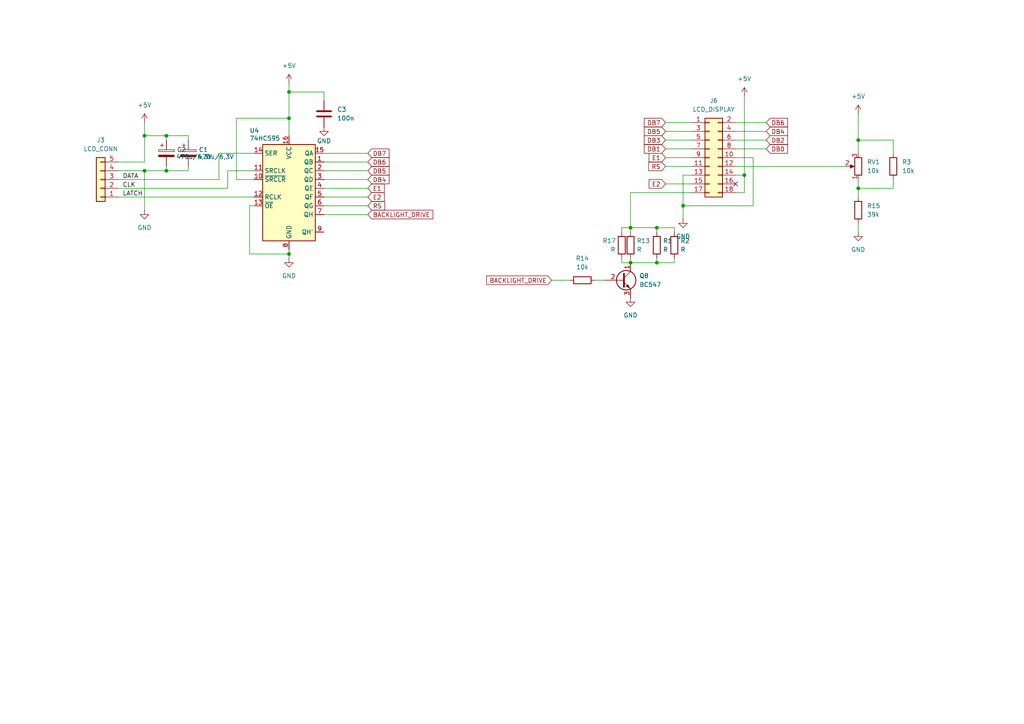
<source format=kicad_sch>
(kicad_sch (version 20231120) (generator "eeschema") (generator_version "8.0")
  (paper "A4")
  (lib_symbols
    (symbol "74xx:74HC595"
      (property "Reference" "U" (at -7.62 13.97 0))
      (property "Value" "74HC595" (at -7.62 -16.51 0))
      (symbol "74HC595_1_0"
        (pin tri_state line (at 10.16 7.62 180) (length 2.54) (name "QB") (number "1"))
        (pin input line (at -10.16 2.54 0) (length 2.54) (name "~{SRCLR}") (number "10"))
        (pin input line (at -10.16 5.08 0) (length 2.54) (name "SRCLK") (number "11"))
        (pin input line (at -10.16 -2.54 0) (length 2.54) (name "RCLK") (number "12"))
        (pin input line (at -10.16 -5.08 0) (length 2.54) (name "~{OE}") (number "13"))
        (pin input line (at -10.16 10.16 0) (length 2.54) (name "SER") (number "14"))
        (pin tri_state line (at 10.16 10.16 180) (length 2.54) (name "QA") (number "15"))
        (pin power_in line (at 0 15.24 270) (length 2.54) (name "VCC") (number "16"))
        (pin tri_state line (at 10.16 5.08 180) (length 2.54) (name "QC") (number "2"))
        (pin tri_state line (at 10.16 2.54 180) (length 2.54) (name "QD") (number "3"))
        (pin tri_state line (at 10.16 0 180) (length 2.54) (name "QE") (number "4"))
        (pin tri_state line (at 10.16 -2.54 180) (length 2.54) (name "QF") (number "5"))
        (pin tri_state line (at 10.16 -5.08 180) (length 2.54) (name "QG") (number "6"))
        (pin tri_state line (at 10.16 -7.62 180) (length 2.54) (name "QH") (number "7"))
        (pin power_in line (at 0 -17.78 90) (length 2.54) (name "GND") (number "8"))
        (pin output line (at 10.16 -12.7 180) (length 2.54) (name "QH'") (number "9"))
      )
      (symbol "74HC595_1_1"
        (rectangle (start -7.62 12.7) (end 7.62 -15.24) (stroke (width 0.254)) (fill (type background)))
      )
    )
    (symbol "Connector_Generic:Conn_01x05" (pin_names (offset 1.016) hide)
      (property "Reference" "J" (at 0 7.62 0))
      (property "Value" "Conn_01x05" (at 0 -7.62 0))
      (symbol "Conn_01x05_1_1"
        (rectangle (start -1.27 -4.953) (end 0 -5.207) (stroke (width 0.1524)))
        (rectangle (start -1.27 -2.413) (end 0 -2.667) (stroke (width 0.1524)))
        (rectangle (start -1.27 0.127) (end 0 -0.127) (stroke (width 0.1524)))
        (rectangle (start -1.27 2.667) (end 0 2.413) (stroke (width 0.1524)))
        (rectangle (start -1.27 5.207) (end 0 4.953) (stroke (width 0.1524)))
        (rectangle (start -1.27 6.35) (end 1.27 -6.35) (stroke (width 0.254)) (fill (type background)))
        (pin passive line (at -5.08 5.08 0) (length 3.81) (name "Pin_1") (number "1"))
        (pin passive line (at -5.08 2.54 0) (length 3.81) (name "Pin_2") (number "2"))
        (pin passive line (at -5.08 0 0) (length 3.81) (name "Pin_3") (number "3"))
        (pin passive line (at -5.08 -2.54 0) (length 3.81) (name "Pin_4") (number "4"))
        (pin passive line (at -5.08 -5.08 0) (length 3.81) (name "Pin_5") (number "5"))
      )
    )
    (symbol "Connector_Generic:Conn_02x09_Odd_Even" (pin_names (offset 1.016) hide)
      (property "Reference" "J" (at 1.27 12.7 0))
      (property "Value" "Conn_02x09_Odd_Even" (at 1.27 -12.7 0))
      (symbol "Conn_02x09_Odd_Even_1_1"
        (rectangle (start -1.27 -10.033) (end 0 -10.287) (stroke (width 0.1524)))
        (rectangle (start -1.27 -7.493) (end 0 -7.747) (stroke (width 0.1524)))
        (rectangle (start -1.27 -4.953) (end 0 -5.207) (stroke (width 0.1524)))
        (rectangle (start -1.27 -2.413) (end 0 -2.667) (stroke (width 0.1524)))
        (rectangle (start -1.27 0.127) (end 0 -0.127) (stroke (width 0.1524)))
        (rectangle (start -1.27 2.667) (end 0 2.413) (stroke (width 0.1524)))
        (rectangle (start -1.27 5.207) (end 0 4.953) (stroke (width 0.1524)))
        (rectangle (start -1.27 7.747) (end 0 7.493) (stroke (width 0.1524)))
        (rectangle (start -1.27 10.287) (end 0 10.033) (stroke (width 0.1524)))
        (rectangle (start -1.27 11.43) (end 3.81 -11.43) (stroke (width 0.254)) (fill (type background)))
        (rectangle (start 3.81 -10.033) (end 2.54 -10.287) (stroke (width 0.1524)))
        (rectangle (start 3.81 -7.493) (end 2.54 -7.747) (stroke (width 0.1524)))
        (rectangle (start 3.81 -4.953) (end 2.54 -5.207) (stroke (width 0.1524)))
        (rectangle (start 3.81 -2.413) (end 2.54 -2.667) (stroke (width 0.1524)))
        (rectangle (start 3.81 0.127) (end 2.54 -0.127) (stroke (width 0.1524)))
        (rectangle (start 3.81 2.667) (end 2.54 2.413) (stroke (width 0.1524)))
        (rectangle (start 3.81 5.207) (end 2.54 4.953) (stroke (width 0.1524)))
        (rectangle (start 3.81 7.747) (end 2.54 7.493) (stroke (width 0.1524)))
        (rectangle (start 3.81 10.287) (end 2.54 10.033) (stroke (width 0.1524)))
        (pin passive line (at -5.08 10.16 0) (length 3.81) (name "Pin_1") (number "1"))
        (pin passive line (at 7.62 0 180) (length 3.81) (name "Pin_10") (number "10"))
        (pin passive line (at -5.08 -2.54 0) (length 3.81) (name "Pin_11") (number "11"))
        (pin passive line (at 7.62 -2.54 180) (length 3.81) (name "Pin_12") (number "12"))
        (pin passive line (at -5.08 -5.08 0) (length 3.81) (name "Pin_13") (number "13"))
        (pin passive line (at 7.62 -5.08 180) (length 3.81) (name "Pin_14") (number "14"))
        (pin passive line (at -5.08 -7.62 0) (length 3.81) (name "Pin_15") (number "15"))
        (pin passive line (at 7.62 -7.62 180) (length 3.81) (name "Pin_16") (number "16"))
        (pin passive line (at -5.08 -10.16 0) (length 3.81) (name "Pin_17") (number "17"))
        (pin passive line (at 7.62 -10.16 180) (length 3.81) (name "Pin_18") (number "18"))
        (pin passive line (at 7.62 10.16 180) (length 3.81) (name "Pin_2") (number "2"))
        (pin passive line (at -5.08 7.62 0) (length 3.81) (name "Pin_3") (number "3"))
        (pin passive line (at 7.62 7.62 180) (length 3.81) (name "Pin_4") (number "4"))
        (pin passive line (at -5.08 5.08 0) (length 3.81) (name "Pin_5") (number "5"))
        (pin passive line (at 7.62 5.08 180) (length 3.81) (name "Pin_6") (number "6"))
        (pin passive line (at -5.08 2.54 0) (length 3.81) (name "Pin_7") (number "7"))
        (pin passive line (at 7.62 2.54 180) (length 3.81) (name "Pin_8") (number "8"))
        (pin passive line (at -5.08 0 0) (length 3.81) (name "Pin_9") (number "9"))
      )
    )
    (symbol "Device:C" (pin_numbers hide) (pin_names (offset 0.254))
      (property "Reference" "C" (at 0.635 2.54 0))
      (property "Value" "C" (at 0.635 -2.54 0))
      (symbol "C_0_1"
        (polyline (pts (xy -2.032 -0.762) (xy 2.032 -0.762)) (stroke (width 0.508)))
        (polyline (pts (xy -2.032 0.762) (xy 2.032 0.762)) (stroke (width 0.508)))
      )
      (symbol "C_1_1"
        (pin passive line (at 0 3.81 270) (length 2.794) (name "~") (number "1"))
        (pin passive line (at 0 -3.81 90) (length 2.794) (name "~") (number "2"))
      )
    )
    (symbol "Device:C_Polarized" (pin_numbers hide) (pin_names (offset 0.254))
      (property "Reference" "C" (at 0.635 2.54 0))
      (property "Value" "C_Polarized" (at 0.635 -2.54 0))
      (symbol "C_Polarized_0_1"
        (rectangle (start -2.286 0.508) (end 2.286 1.016))
        (polyline (pts (xy -1.778 2.286) (xy -0.762 2.286)))
        (polyline (pts (xy -1.27 2.794) (xy -1.27 1.778)))
        (rectangle (start 2.286 -0.508) (end -2.286 -1.016) (fill (type outline)))
      )
      (symbol "C_Polarized_1_1"
        (pin passive line (at 0 3.81 270) (length 2.794) (name "~") (number "1"))
        (pin passive line (at 0 -3.81 90) (length 2.794) (name "~") (number "2"))
      )
    )
    (symbol "Device:R" (pin_numbers hide) (pin_names (offset 0))
      (property "Reference" "R" (at 2.032 0 90))
      (property "Value" "R" (at 0 0 90))
      (symbol "R_0_1"
        (rectangle (start -1.016 -2.54) (end 1.016 2.54) (stroke (width 0.254)))
      )
      (symbol "R_1_1"
        (pin passive line (at 0 3.81 270) (length 1.27) (name "~") (number "1"))
        (pin passive line (at 0 -3.81 90) (length 1.27) (name "~") (number "2"))
      )
    )
    (symbol "Device:R_Potentiometer" (pin_names (offset 1.016) hide)
      (property "Reference" "RV" (at -4.445 0 90))
      (property "Value" "R_Potentiometer" (at -2.54 0 90))
      (symbol "R_Potentiometer_0_1"
        (polyline (pts (xy 2.54 0) (xy 1.524 0)))
        (polyline (pts (xy 1.143 0) (xy 2.286 0.508) (xy 2.286 -0.508) (xy 1.143 0)) (fill (type outline)))
        (rectangle (start 1.016 2.54) (end -1.016 -2.54) (stroke (width 0.254)))
      )
      (symbol "R_Potentiometer_1_1"
        (pin passive line (at 0 3.81 270) (length 1.27) (name "1") (number "1"))
        (pin passive line (at 3.81 0 180) (length 1.27) (name "2") (number "2"))
        (pin passive line (at 0 -3.81 90) (length 1.27) (name "3") (number "3"))
      )
    )
    (symbol "Transistor_BJT:BC547" (pin_names (offset 0) hide)
      (property "Reference" "Q" (at 5.08 1.905 0))
      (property "Value" "BC547" (at 5.08 0 0))
      (symbol "BC547_0_1"
        (polyline (pts (xy 0 0) (xy 0.635 0)))
        (polyline (pts (xy 0.635 0.635) (xy 2.54 2.54)))
        (polyline (pts (xy 0.635 -0.635) (xy 2.54 -2.54) (xy 2.54 -2.54)))
        (polyline (pts (xy 0.635 1.905) (xy 0.635 -1.905) (xy 0.635 -1.905)) (stroke (width 0.508)))
        (polyline (pts (xy 1.27 -1.778) (xy 1.778 -1.27) (xy 2.286 -2.286) (xy 1.27 -1.778) (xy 1.27 -1.778)) (fill (type outline)))
        (circle (center 1.27 0) (radius 2.8194) (stroke (width 0.254)))
      )
      (symbol "BC547_1_1"
        (pin passive line (at 2.54 5.08 270) (length 2.54) (name "C") (number "1"))
        (pin input line (at -5.08 0 0) (length 5.08) (name "B") (number "2"))
        (pin passive line (at 2.54 -5.08 90) (length 2.54) (name "E") (number "3"))
      )
    )
    (symbol "power:+5V" (power) (pin_numbers hide) (pin_names (offset 0) hide)
      (property "Value" "+5V" (at 0 3.556 0))
      (symbol "+5V_0_1"
        (polyline (pts (xy -0.762 1.27) (xy 0 2.54)))
        (polyline (pts (xy 0 0) (xy 0 2.54)))
        (polyline (pts (xy 0 2.54) (xy 0.762 1.27)))
      )
      (symbol "+5V_1_1"
        (pin power_in line (at 0 0 90) (length 0) (name "~") (number "1"))
      )
    )
    (symbol "power:GND" (power) (pin_numbers hide) (pin_names (offset 0) hide)
      (property "Value" "GND" (at 0 -3.81 0))
      (symbol "GND_0_1"
        (polyline (pts (xy 0 0) (xy 0 -1.27) (xy 1.27 -1.27) (xy 0 -2.54) (xy -1.27 -1.27) (xy 0 -1.27)))
      )
      (symbol "GND_1_1"
        (pin power_in line (at 0 0 270) (length 0) (name "~") (number "1"))
      )
    )
  )
  (junction (at 190.5 66.04))
  (junction (at 41.91 39.37))
  (junction (at 83.82 26.67))
  (junction (at 83.82 34.29))
  (junction (at 248.92 40.64))
  (junction (at 190.5 76.2))
  (junction (at 248.92 54.61))
  (junction (at 41.91 49.53))
  (junction (at 182.88 76.2))
  (junction (at 83.82 73.66))
  (junction (at 198.12 59.69))
  (junction (at 48.26 39.37))
  (junction (at 182.88 66.04))
  (junction (at 215.9 50.8))
  (junction (at 48.26 49.53))
  (no_connect (at 213.36 53.34))
  (wire (pts (xy 160.02 81.28) (xy 165.1 81.28)))
  (wire (pts (xy 41.91 46.99) (xy 34.29 46.99)))
  (wire (pts (xy 180.34 67.31) (xy 180.34 66.04)))
  (wire (pts (xy 41.91 39.37) (xy 48.26 39.37)))
  (wire (pts (xy 190.5 76.2) (xy 195.58 76.2)))
  (wire (pts (xy 54.61 49.53) (xy 48.26 49.53)))
  (wire (pts (xy 198.12 59.69) (xy 198.12 50.8)))
  (wire (pts (xy 195.58 74.93) (xy 195.58 76.2)))
  (wire (pts (xy 193.04 35.56) (xy 200.66 35.56)))
  (wire (pts (xy 222.25 40.64) (xy 213.36 40.64)))
  (wire (pts (xy 93.98 49.53) (xy 106.68 49.53)))
  (wire (pts (xy 182.88 55.88) (xy 200.66 55.88)))
  (wire (pts (xy 73.66 59.69) (xy 72.39 59.69)))
  (wire (pts (xy 54.61 39.37) (xy 48.26 39.37)))
  (wire (pts (xy 83.82 24.13) (xy 83.82 26.67)))
  (wire (pts (xy 54.61 48.26) (xy 54.61 49.53)))
  (wire (pts (xy 222.25 43.18) (xy 213.36 43.18)))
  (wire (pts (xy 93.98 46.99) (xy 106.68 46.99)))
  (wire (pts (xy 63.5 52.07) (xy 34.29 52.07)))
  (wire (pts (xy 54.61 40.64) (xy 54.61 39.37)))
  (wire (pts (xy 73.66 44.45) (xy 63.5 44.45)))
  (wire (pts (xy 215.9 27.94) (xy 215.9 50.8)))
  (wire (pts (xy 83.82 26.67) (xy 83.82 34.29)))
  (wire (pts (xy 66.04 54.61) (xy 34.29 54.61)))
  (wire (pts (xy 213.36 55.88) (xy 215.9 55.88)))
  (wire (pts (xy 198.12 63.5) (xy 198.12 59.69)))
  (wire (pts (xy 63.5 44.45) (xy 63.5 52.07)))
  (wire (pts (xy 259.08 44.45) (xy 259.08 40.64)))
  (wire (pts (xy 73.66 52.07) (xy 68.58 52.07)))
  (wire (pts (xy 215.9 50.8) (xy 213.36 50.8)))
  (wire (pts (xy 83.82 73.66) (xy 83.82 74.93)))
  (wire (pts (xy 93.98 59.69) (xy 106.68 59.69)))
  (wire (pts (xy 248.92 54.61) (xy 248.92 57.15)))
  (wire (pts (xy 222.25 35.56) (xy 213.36 35.56)))
  (wire (pts (xy 93.98 29.21) (xy 93.98 26.67)))
  (wire (pts (xy 93.98 44.45) (xy 106.68 44.45)))
  (wire (pts (xy 83.82 72.39) (xy 83.82 73.66)))
  (wire (pts (xy 248.92 67.31) (xy 248.92 64.77)))
  (wire (pts (xy 34.29 57.15) (xy 73.66 57.15)))
  (wire (pts (xy 182.88 76.2) (xy 190.5 76.2)))
  (wire (pts (xy 182.88 55.88) (xy 182.88 66.04)))
  (wire (pts (xy 68.58 34.29) (xy 83.82 34.29)))
  (wire (pts (xy 193.04 40.64) (xy 200.66 40.64)))
  (wire (pts (xy 180.34 76.2) (xy 182.88 76.2)))
  (wire (pts (xy 72.39 73.66) (xy 83.82 73.66)))
  (wire (pts (xy 41.91 49.53) (xy 41.91 60.96)))
  (wire (pts (xy 180.34 74.93) (xy 180.34 76.2)))
  (wire (pts (xy 182.88 74.93) (xy 182.88 76.2)))
  (wire (pts (xy 248.92 40.64) (xy 248.92 44.45)))
  (wire (pts (xy 83.82 34.29) (xy 83.82 39.37)))
  (wire (pts (xy 73.66 49.53) (xy 66.04 49.53)))
  (wire (pts (xy 93.98 54.61) (xy 106.68 54.61)))
  (wire (pts (xy 218.44 45.72) (xy 218.44 59.69)))
  (wire (pts (xy 72.39 59.69) (xy 72.39 73.66)))
  (wire (pts (xy 93.98 26.67) (xy 83.82 26.67)))
  (wire (pts (xy 172.72 81.28) (xy 175.26 81.28)))
  (wire (pts (xy 41.91 39.37) (xy 41.91 46.99)))
  (wire (pts (xy 195.58 66.04) (xy 195.58 67.31)))
  (wire (pts (xy 68.58 52.07) (xy 68.58 34.29)))
  (wire (pts (xy 66.04 49.53) (xy 66.04 54.61)))
  (wire (pts (xy 215.9 55.88) (xy 215.9 50.8)))
  (wire (pts (xy 182.88 66.04) (xy 190.5 66.04)))
  (wire (pts (xy 41.91 49.53) (xy 48.26 49.53)))
  (wire (pts (xy 190.5 74.93) (xy 190.5 76.2)))
  (wire (pts (xy 213.36 48.26) (xy 245.11 48.26)))
  (wire (pts (xy 190.5 66.04) (xy 195.58 66.04)))
  (wire (pts (xy 190.5 66.04) (xy 190.5 67.31)))
  (wire (pts (xy 198.12 59.69) (xy 218.44 59.69)))
  (wire (pts (xy 193.04 53.34) (xy 200.66 53.34)))
  (wire (pts (xy 193.04 48.26) (xy 200.66 48.26)))
  (wire (pts (xy 41.91 39.37) (xy 41.91 35.56)))
  (wire (pts (xy 34.29 49.53) (xy 41.91 49.53)))
  (wire (pts (xy 259.08 40.64) (xy 248.92 40.64)))
  (wire (pts (xy 193.04 43.18) (xy 200.66 43.18)))
  (wire (pts (xy 182.88 66.04) (xy 182.88 67.31)))
  (wire (pts (xy 93.98 52.07) (xy 106.68 52.07)))
  (wire (pts (xy 259.08 54.61) (xy 248.92 54.61)))
  (wire (pts (xy 193.04 38.1) (xy 200.66 38.1)))
  (wire (pts (xy 222.25 38.1) (xy 213.36 38.1)))
  (wire (pts (xy 248.92 52.07) (xy 248.92 54.61)))
  (wire (pts (xy 48.26 39.37) (xy 48.26 40.64)))
  (wire (pts (xy 180.34 66.04) (xy 182.88 66.04)))
  (wire (pts (xy 48.26 48.26) (xy 48.26 49.53)))
  (wire (pts (xy 93.98 57.15) (xy 106.68 57.15)))
  (wire (pts (xy 93.98 62.23) (xy 106.68 62.23)))
  (wire (pts (xy 213.36 45.72) (xy 218.44 45.72)))
  (wire (pts (xy 193.04 45.72) (xy 200.66 45.72)))
  (wire (pts (xy 198.12 50.8) (xy 200.66 50.8)))
  (wire (pts (xy 248.92 33.02) (xy 248.92 40.64)))
  (wire (pts (xy 259.08 52.07) (xy 259.08 54.61)))
  (label "DATA" (at 35.56 52.07 0))
  (label "LATCH" (at 35.56 57.15 0))
  (label "CLK" (at 35.56 54.61 0))
  (global_label "DB4" (shape input) (at 106.68 52.07 0) (property "Intersheetrefs" "${INTERSHEET_REFS}" (effects (hide yes))))
  (global_label "E2" (shape input) (at 193.04 53.34 180) (property "Intersheetrefs" "${INTERSHEET_REFS}" (effects (hide yes))))
  (global_label "DB6" (shape input) (at 106.68 46.99 0) (property "Intersheetrefs" "${INTERSHEET_REFS}" (effects (hide yes))))
  (global_label "RS" (shape input) (at 193.04 48.26 180) (property "Intersheetrefs" "${INTERSHEET_REFS}" (effects (hide yes))))
  (global_label "BACKLIGHT_DRIVE" (shape input) (at 160.02 81.28 180) (property "Intersheetrefs" "${INTERSHEET_REFS}" (effects (hide yes))))
  (global_label "DB6" (shape input) (at 222.25 35.56 0) (property "Intersheetrefs" "${INTERSHEET_REFS}" (effects (hide yes))))
  (global_label "E1" (shape input) (at 106.68 54.61 0) (property "Intersheetrefs" "${INTERSHEET_REFS}" (effects (hide yes))))
  (global_label "DB7" (shape input) (at 106.68 44.45 0) (property "Intersheetrefs" "${INTERSHEET_REFS}" (effects (hide yes))))
  (global_label "DB5" (shape input) (at 106.68 49.53 0) (property "Intersheetrefs" "${INTERSHEET_REFS}" (effects (hide yes))))
  (global_label "DB2" (shape input) (at 222.25 40.64 0) (property "Intersheetrefs" "${INTERSHEET_REFS}" (effects (hide yes))))
  (global_label "RS" (shape input) (at 106.68 59.69 0) (property "Intersheetrefs" "${INTERSHEET_REFS}" (effects (hide yes))))
  (global_label "DB1" (shape input) (at 193.04 43.18 180) (property "Intersheetrefs" "${INTERSHEET_REFS}" (effects (hide yes))))
  (global_label "E1" (shape input) (at 193.04 45.72 180) (property "Intersheetrefs" "${INTERSHEET_REFS}" (effects (hide yes))))
  (global_label "DB4" (shape input) (at 222.25 38.1 0) (property "Intersheetrefs" "${INTERSHEET_REFS}" (effects (hide yes))))
  (global_label "DB7" (shape input) (at 193.04 35.56 180) (property "Intersheetrefs" "${INTERSHEET_REFS}" (effects (hide yes))))
  (global_label "BACKLIGHT_DRIVE" (shape input) (at 106.68 62.23 0) (property "Intersheetrefs" "${INTERSHEET_REFS}" (effects (hide yes))))
  (global_label "DB5" (shape input) (at 193.04 38.1 180) (property "Intersheetrefs" "${INTERSHEET_REFS}" (effects (hide yes))))
  (global_label "DB0" (shape input) (at 222.25 43.18 0) (property "Intersheetrefs" "${INTERSHEET_REFS}" (effects (hide yes))))
  (global_label "E2" (shape input) (at 106.68 57.15 0) (property "Intersheetrefs" "${INTERSHEET_REFS}" (effects (hide yes))))
  (global_label "DB3" (shape input) (at 193.04 40.64 180) (property "Intersheetrefs" "${INTERSHEET_REFS}" (effects (hide yes))))
  (symbol (lib_id "power:GND") (at 182.88 86.36 0) (unit 1)
    (property "Reference" "#PWR012" (effects (hide yes)))
    (property "Value" "GND" (at 182.88 91.44 0))
    (property "Description" "Power symbol creates a global label with name \"GND\" , ground" (effects (hide yes)))
  )
  (symbol (lib_id "Device:C_Polarized") (at 54.61 44.45 0) (unit 1)
    (property "Reference" "C1" (at 57.658 43.434 0) (effects (justify left)))
    (property "Value" "470u/6,3V" (at 57.404 45.466 0) (effects (justify left)))
    (property "Footprint" "Capacitor_Tantalum_SMD:CP_EIA-3528-21_Kemet-B" (effects (hide yes)))
    (property "Description" "Polarized capacitor" (effects (hide yes)))
  )
  (symbol (lib_id "power:+5V") (at 248.92 33.02 0) (unit 1)
    (property "Reference" "#PWR014" (effects (hide yes)))
    (property "Value" "+5V" (at 248.92 27.94 0))
    (property "Description" "Power symbol creates a global label with name \"+5V\"" (effects (hide yes)))
  )
  (symbol (lib_id "Device:R") (at 195.58 71.12 0) (unit 1)
    (property "Reference" "R2" (at 197.358 69.85 0) (effects (justify left)))
    (property "Value" "R" (at 197.358 72.39 0) (effects (justify left)))
    (property "Footprint" "Resistor_SMD:R_1206_3216Metric" (effects (hide yes)))
    (property "Description" "Resistor" (effects (hide yes)))
  )
  (symbol (lib_id "74xx:74HC595") (at 83.82 54.61 0) (unit 1)
    (property "Reference" "U4" (at 72.39 37.846 0) (effects (justify left)))
    (property "Value" "74HC595" (at 72.39 40.132 0) (effects (justify left)))
    (property "Footprint" "Package_SO:SOIC-16_3.9x9.9mm_P1.27mm" (effects (hide yes)))
    (property "Datasheet" "http://www.ti.com/lit/ds/symlink/sn74hc595.pdf" (effects (hide yes)))
    (property "Description" "8-bit serial in/out Shift Register 3-State Outputs" (effects (hide yes)))
  )
  (symbol (lib_id "Device:R") (at 190.5 71.12 0) (unit 1)
    (property "Reference" "R1" (at 192.278 69.85 0) (effects (justify left)))
    (property "Value" "R" (at 192.278 72.39 0) (effects (justify left)))
    (property "Footprint" "Resistor_SMD:R_1206_3216Metric" (effects (hide yes)))
    (property "Description" "Resistor" (effects (hide yes)))
  )
  (symbol (lib_id "Connector_Generic:Conn_02x09_Odd_Even") (at 205.74 45.72 0) (unit 1)
    (property "Reference" "J6" (at 207.01 29.21 0))
    (property "Value" "LCD_DISPLAY" (at 207.01 31.75 0))
    (property "Footprint" "Connector_PinHeader_2.54mm:PinHeader_2x09_P2.54mm_Vertical" (effects (hide yes)))
    (property "Description" "Generic connector, double row, 02x09, odd/even pin numbering scheme (row 1 odd numbers, row 2 even numbers), script generated (kicad-library-utils/schlib/autogen/connector/)" (effects (hide yes)))
  )
  (symbol (lib_id "power:GND") (at 198.12 63.5 0) (unit 1)
    (property "Reference" "#PWR09" (effects (hide yes)))
    (property "Value" "GND" (at 198.12 68.58 0))
    (property "Description" "Power symbol creates a global label with name \"GND\" , ground" (effects (hide yes)))
  )
  (symbol (lib_id "Device:R_Potentiometer") (at 248.92 48.26 180) (unit 1)
    (property "Reference" "RV1" (at 251.46 46.9899 0) (effects (justify right)))
    (property "Value" "10k" (at 251.46 49.5299 0) (effects (justify right)))
    (property "Footprint" "Potentiometer_THT:Potentiometer_ACP_CA9-V10_Vertical" (effects (hide yes)))
    (property "Description" "Potentiometer" (effects (hide yes)))
  )
  (symbol (lib_id "power:+5V") (at 215.9 27.94 0) (unit 1)
    (property "Reference" "#PWR08" (effects (hide yes)))
    (property "Value" "+5V" (at 215.9 22.86 0))
    (property "Description" "Power symbol creates a global label with name \"+5V\"" (effects (hide yes)))
  )
  (symbol (lib_id "Transistor_BJT:BC547") (at 180.34 81.28 0) (unit 1)
    (property "Reference" "Q8" (at 185.42 80.0099 0) (effects (justify left)))
    (property "Value" "BC547" (at 185.42 82.5499 0) (effects (justify left)))
    (property "Footprint" "Package_TO_SOT_THT:TO-92_Inline" (effects (hide yes)))
    (property "Datasheet" "https://www.onsemi.com/pub/Collateral/BC550-D.pdf" (effects (hide yes)))
    (property "Description" "0.1A Ic, 45V Vce, Small Signal NPN Transistor, TO-92" (effects (hide yes)))
  )
  (symbol (lib_id "power:+5V") (at 83.82 24.13 0) (unit 1)
    (property "Reference" "#PWR011" (effects (hide yes)))
    (property "Value" "+5V" (at 83.82 19.05 0))
    (property "Description" "Power symbol creates a global label with name \"+5V\"" (effects (hide yes)))
  )
  (symbol (lib_id "Device:R") (at 168.91 81.28 90) (unit 1)
    (property "Reference" "R14" (at 168.91 74.93 90))
    (property "Value" "10k" (at 168.91 77.47 90))
    (property "Footprint" "Resistor_SMD:R_0805_2012Metric" (effects (hide yes)))
    (property "Description" "Resistor" (effects (hide yes)))
  )
  (symbol (lib_id "power:GND") (at 248.92 67.31 0) (unit 1)
    (property "Reference" "#PWR013" (effects (hide yes)))
    (property "Value" "GND" (at 248.92 72.39 0))
    (property "Description" "Power symbol creates a global label with name \"GND\" , ground" (effects (hide yes)))
  )
  (symbol (lib_id "power:+5V") (at 41.91 35.56 0) (unit 1)
    (property "Reference" "#PWR015" (effects (hide yes)))
    (property "Value" "+5V" (at 41.91 30.48 0))
    (property "Description" "Power symbol creates a global label with name \"+5V\"" (effects (hide yes)))
  )
  (symbol (lib_id "Device:R") (at 182.88 71.12 0) (unit 1)
    (property "Reference" "R13" (at 184.658 69.85 0) (effects (justify left)))
    (property "Value" "R" (at 184.658 72.39 0) (effects (justify left)))
    (property "Footprint" "Resistor_THT:R_Axial_DIN0207_L6.3mm_D2.5mm_P10.16mm_Horizontal" (effects (hide yes)))
    (property "Description" "Resistor" (effects (hide yes)))
  )
  (symbol (lib_id "Connector_Generic:Conn_01x05") (at 29.21 52.07 180) (unit 1)
    (property "Reference" "J3" (at 29.21 40.64 0))
    (property "Value" "LCD_CONN" (at 29.21 43.18 0))
    (property "Footprint" "Connector_JST:JST_XA_B05B-XASK-1_1x05_P2.50mm_Vertical" (effects (hide yes)))
    (property "Description" "Generic connector, single row, 01x05, script generated (kicad-library-utils/schlib/autogen/connector/)" (effects (hide yes)))
  )
  (symbol (lib_id "Device:R") (at 180.34 71.12 0) (unit 1)
    (property "Reference" "R17" (at 174.752 69.85 0) (effects (justify left)))
    (property "Value" "R" (at 177.038 72.39 0) (effects (justify left)))
    (property "Footprint" "Resistor_THT:R_Axial_DIN0207_L6.3mm_D2.5mm_P10.16mm_Horizontal" (effects (hide yes)))
    (property "Description" "Resistor" (effects (hide yes)))
  )
  (symbol (lib_id "Device:C") (at 93.98 33.02 0) (unit 1)
    (property "Reference" "C3" (at 97.79 31.7499 0) (effects (justify left)))
    (property "Value" "100n" (at 97.79 34.2899 0) (effects (justify left)))
    (property "Footprint" "Capacitor_SMD:C_0805_2012Metric" (effects (hide yes)))
    (property "Description" "Unpolarized capacitor" (effects (hide yes)))
  )
  (symbol (lib_id "power:GND") (at 83.82 74.93 0) (unit 1)
    (property "Reference" "#PWR010" (effects (hide yes)))
    (property "Value" "GND" (at 83.82 80.01 0))
    (property "Description" "Power symbol creates a global label with name \"GND\" , ground" (effects (hide yes)))
  )
  (symbol (lib_id "power:GND") (at 93.98 36.83 0) (unit 1)
    (property "Reference" "#PWR017" (effects (hide yes)))
    (property "Value" "GND" (at 93.98 40.894 0))
    (property "Description" "Power symbol creates a global label with name \"GND\" , ground" (effects (hide yes)))
  )
  (symbol (lib_id "Device:R") (at 248.92 60.96 0) (unit 1)
    (property "Reference" "R15" (at 251.46 59.6899 0) (effects (justify left)))
    (property "Value" "39k" (at 251.46 62.2299 0) (effects (justify left)))
    (property "Footprint" "Resistor_SMD:R_0805_2012Metric" (effects (hide yes)))
    (property "Description" "Resistor" (effects (hide yes)))
  )
  (symbol (lib_id "Device:C_Polarized") (at 48.26 44.45 0) (unit 1)
    (property "Reference" "C2" (at 51.308 43.434 0) (effects (justify left)))
    (property "Value" "470u/6,3V" (at 51.054 45.466 0) (effects (justify left)))
    (property "Footprint" "Capacitor_Tantalum_SMD:CP_EIA-3528-21_Kemet-B" (effects (hide yes)))
    (property "Description" "Polarized capacitor" (effects (hide yes)))
  )
  (symbol (lib_id "power:GND") (at 41.91 60.96 0) (unit 1)
    (property "Reference" "#PWR016" (effects (hide yes)))
    (property "Value" "GND" (at 41.91 66.04 0))
    (property "Description" "Power symbol creates a global label with name \"GND\" , ground" (effects (hide yes)))
  )
  (symbol (lib_id "Device:R") (at 259.08 48.26 180) (unit 1)
    (property "Reference" "R3" (at 261.62 46.9899 0) (effects (justify right)))
    (property "Value" "10k" (at 261.62 49.5299 0) (effects (justify right)))
    (property "Footprint" "Resistor_SMD:R_0805_2012Metric" (effects (hide yes)))
    (property "Description" "Resistor" (effects (hide yes)))
  )
)
</source>
